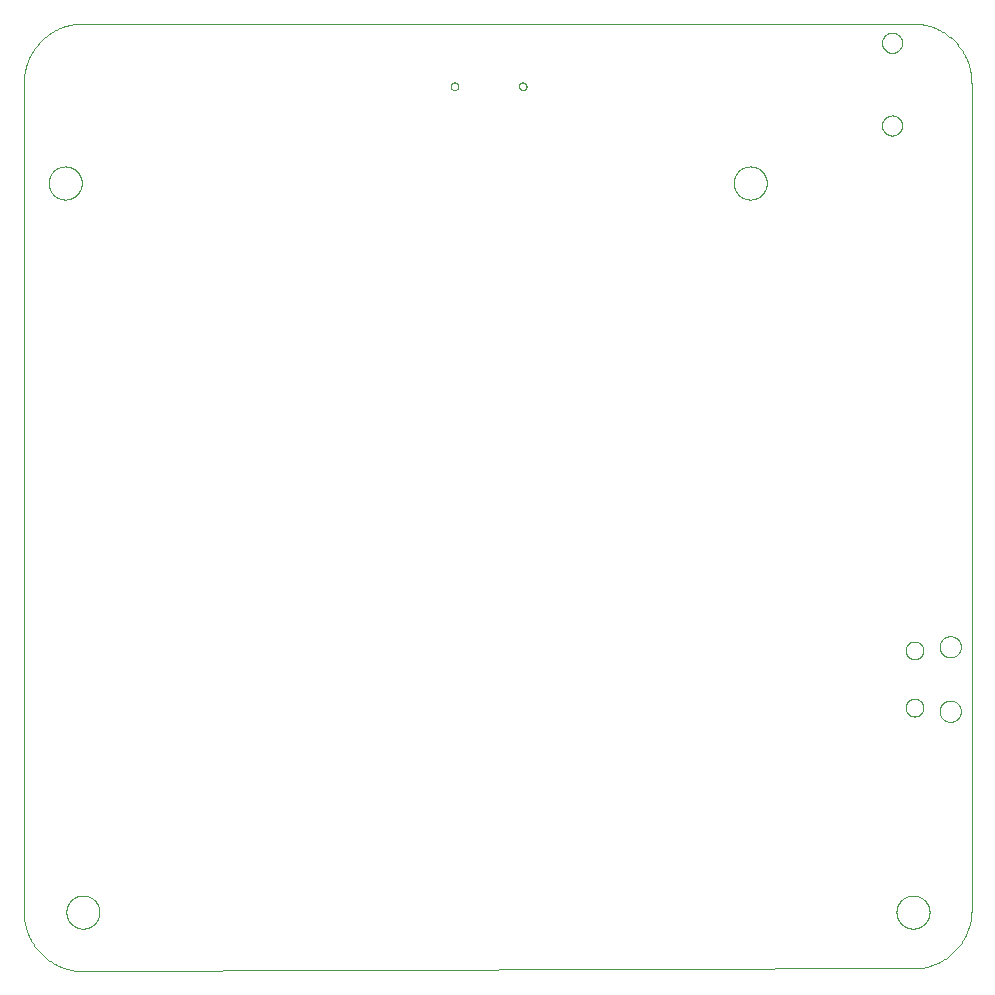
<source format=gko>
G75*
%MOIN*%
%OFA0B0*%
%FSLAX25Y25*%
%IPPOS*%
%LPD*%
%AMOC8*
5,1,8,0,0,1.08239X$1,22.5*
%
%ADD10C,0.00000*%
%ADD11C,0.00100*%
D10*
X0056708Y0049040D02*
X0056710Y0049188D01*
X0056716Y0049336D01*
X0056726Y0049484D01*
X0056740Y0049631D01*
X0056758Y0049778D01*
X0056779Y0049924D01*
X0056805Y0050070D01*
X0056835Y0050215D01*
X0056868Y0050359D01*
X0056906Y0050502D01*
X0056947Y0050644D01*
X0056992Y0050785D01*
X0057040Y0050925D01*
X0057093Y0051064D01*
X0057149Y0051201D01*
X0057209Y0051336D01*
X0057272Y0051470D01*
X0057339Y0051602D01*
X0057410Y0051732D01*
X0057484Y0051860D01*
X0057561Y0051986D01*
X0057642Y0052110D01*
X0057726Y0052232D01*
X0057813Y0052351D01*
X0057904Y0052468D01*
X0057998Y0052583D01*
X0058094Y0052695D01*
X0058194Y0052805D01*
X0058296Y0052911D01*
X0058402Y0053015D01*
X0058510Y0053116D01*
X0058621Y0053214D01*
X0058734Y0053310D01*
X0058850Y0053402D01*
X0058968Y0053491D01*
X0059089Y0053576D01*
X0059212Y0053659D01*
X0059337Y0053738D01*
X0059464Y0053814D01*
X0059593Y0053886D01*
X0059724Y0053955D01*
X0059857Y0054020D01*
X0059992Y0054081D01*
X0060128Y0054139D01*
X0060265Y0054194D01*
X0060404Y0054244D01*
X0060545Y0054291D01*
X0060686Y0054334D01*
X0060829Y0054374D01*
X0060973Y0054409D01*
X0061117Y0054441D01*
X0061263Y0054468D01*
X0061409Y0054492D01*
X0061556Y0054512D01*
X0061703Y0054528D01*
X0061850Y0054540D01*
X0061998Y0054548D01*
X0062146Y0054552D01*
X0062294Y0054552D01*
X0062442Y0054548D01*
X0062590Y0054540D01*
X0062737Y0054528D01*
X0062884Y0054512D01*
X0063031Y0054492D01*
X0063177Y0054468D01*
X0063323Y0054441D01*
X0063467Y0054409D01*
X0063611Y0054374D01*
X0063754Y0054334D01*
X0063895Y0054291D01*
X0064036Y0054244D01*
X0064175Y0054194D01*
X0064312Y0054139D01*
X0064448Y0054081D01*
X0064583Y0054020D01*
X0064716Y0053955D01*
X0064847Y0053886D01*
X0064976Y0053814D01*
X0065103Y0053738D01*
X0065228Y0053659D01*
X0065351Y0053576D01*
X0065472Y0053491D01*
X0065590Y0053402D01*
X0065706Y0053310D01*
X0065819Y0053214D01*
X0065930Y0053116D01*
X0066038Y0053015D01*
X0066144Y0052911D01*
X0066246Y0052805D01*
X0066346Y0052695D01*
X0066442Y0052583D01*
X0066536Y0052468D01*
X0066627Y0052351D01*
X0066714Y0052232D01*
X0066798Y0052110D01*
X0066879Y0051986D01*
X0066956Y0051860D01*
X0067030Y0051732D01*
X0067101Y0051602D01*
X0067168Y0051470D01*
X0067231Y0051336D01*
X0067291Y0051201D01*
X0067347Y0051064D01*
X0067400Y0050925D01*
X0067448Y0050785D01*
X0067493Y0050644D01*
X0067534Y0050502D01*
X0067572Y0050359D01*
X0067605Y0050215D01*
X0067635Y0050070D01*
X0067661Y0049924D01*
X0067682Y0049778D01*
X0067700Y0049631D01*
X0067714Y0049484D01*
X0067724Y0049336D01*
X0067730Y0049188D01*
X0067732Y0049040D01*
X0067730Y0048892D01*
X0067724Y0048744D01*
X0067714Y0048596D01*
X0067700Y0048449D01*
X0067682Y0048302D01*
X0067661Y0048156D01*
X0067635Y0048010D01*
X0067605Y0047865D01*
X0067572Y0047721D01*
X0067534Y0047578D01*
X0067493Y0047436D01*
X0067448Y0047295D01*
X0067400Y0047155D01*
X0067347Y0047016D01*
X0067291Y0046879D01*
X0067231Y0046744D01*
X0067168Y0046610D01*
X0067101Y0046478D01*
X0067030Y0046348D01*
X0066956Y0046220D01*
X0066879Y0046094D01*
X0066798Y0045970D01*
X0066714Y0045848D01*
X0066627Y0045729D01*
X0066536Y0045612D01*
X0066442Y0045497D01*
X0066346Y0045385D01*
X0066246Y0045275D01*
X0066144Y0045169D01*
X0066038Y0045065D01*
X0065930Y0044964D01*
X0065819Y0044866D01*
X0065706Y0044770D01*
X0065590Y0044678D01*
X0065472Y0044589D01*
X0065351Y0044504D01*
X0065228Y0044421D01*
X0065103Y0044342D01*
X0064976Y0044266D01*
X0064847Y0044194D01*
X0064716Y0044125D01*
X0064583Y0044060D01*
X0064448Y0043999D01*
X0064312Y0043941D01*
X0064175Y0043886D01*
X0064036Y0043836D01*
X0063895Y0043789D01*
X0063754Y0043746D01*
X0063611Y0043706D01*
X0063467Y0043671D01*
X0063323Y0043639D01*
X0063177Y0043612D01*
X0063031Y0043588D01*
X0062884Y0043568D01*
X0062737Y0043552D01*
X0062590Y0043540D01*
X0062442Y0043532D01*
X0062294Y0043528D01*
X0062146Y0043528D01*
X0061998Y0043532D01*
X0061850Y0043540D01*
X0061703Y0043552D01*
X0061556Y0043568D01*
X0061409Y0043588D01*
X0061263Y0043612D01*
X0061117Y0043639D01*
X0060973Y0043671D01*
X0060829Y0043706D01*
X0060686Y0043746D01*
X0060545Y0043789D01*
X0060404Y0043836D01*
X0060265Y0043886D01*
X0060128Y0043941D01*
X0059992Y0043999D01*
X0059857Y0044060D01*
X0059724Y0044125D01*
X0059593Y0044194D01*
X0059464Y0044266D01*
X0059337Y0044342D01*
X0059212Y0044421D01*
X0059089Y0044504D01*
X0058968Y0044589D01*
X0058850Y0044678D01*
X0058734Y0044770D01*
X0058621Y0044866D01*
X0058510Y0044964D01*
X0058402Y0045065D01*
X0058296Y0045169D01*
X0058194Y0045275D01*
X0058094Y0045385D01*
X0057998Y0045497D01*
X0057904Y0045612D01*
X0057813Y0045729D01*
X0057726Y0045848D01*
X0057642Y0045970D01*
X0057561Y0046094D01*
X0057484Y0046220D01*
X0057410Y0046348D01*
X0057339Y0046478D01*
X0057272Y0046610D01*
X0057209Y0046744D01*
X0057149Y0046879D01*
X0057093Y0047016D01*
X0057040Y0047155D01*
X0056992Y0047295D01*
X0056947Y0047436D01*
X0056906Y0047578D01*
X0056868Y0047721D01*
X0056835Y0047865D01*
X0056805Y0048010D01*
X0056779Y0048156D01*
X0056758Y0048302D01*
X0056740Y0048449D01*
X0056726Y0048596D01*
X0056716Y0048744D01*
X0056710Y0048892D01*
X0056708Y0049040D01*
X0050802Y0292064D02*
X0050804Y0292212D01*
X0050810Y0292360D01*
X0050820Y0292508D01*
X0050834Y0292655D01*
X0050852Y0292802D01*
X0050873Y0292948D01*
X0050899Y0293094D01*
X0050929Y0293239D01*
X0050962Y0293383D01*
X0051000Y0293526D01*
X0051041Y0293668D01*
X0051086Y0293809D01*
X0051134Y0293949D01*
X0051187Y0294088D01*
X0051243Y0294225D01*
X0051303Y0294360D01*
X0051366Y0294494D01*
X0051433Y0294626D01*
X0051504Y0294756D01*
X0051578Y0294884D01*
X0051655Y0295010D01*
X0051736Y0295134D01*
X0051820Y0295256D01*
X0051907Y0295375D01*
X0051998Y0295492D01*
X0052092Y0295607D01*
X0052188Y0295719D01*
X0052288Y0295829D01*
X0052390Y0295935D01*
X0052496Y0296039D01*
X0052604Y0296140D01*
X0052715Y0296238D01*
X0052828Y0296334D01*
X0052944Y0296426D01*
X0053062Y0296515D01*
X0053183Y0296600D01*
X0053306Y0296683D01*
X0053431Y0296762D01*
X0053558Y0296838D01*
X0053687Y0296910D01*
X0053818Y0296979D01*
X0053951Y0297044D01*
X0054086Y0297105D01*
X0054222Y0297163D01*
X0054359Y0297218D01*
X0054498Y0297268D01*
X0054639Y0297315D01*
X0054780Y0297358D01*
X0054923Y0297398D01*
X0055067Y0297433D01*
X0055211Y0297465D01*
X0055357Y0297492D01*
X0055503Y0297516D01*
X0055650Y0297536D01*
X0055797Y0297552D01*
X0055944Y0297564D01*
X0056092Y0297572D01*
X0056240Y0297576D01*
X0056388Y0297576D01*
X0056536Y0297572D01*
X0056684Y0297564D01*
X0056831Y0297552D01*
X0056978Y0297536D01*
X0057125Y0297516D01*
X0057271Y0297492D01*
X0057417Y0297465D01*
X0057561Y0297433D01*
X0057705Y0297398D01*
X0057848Y0297358D01*
X0057989Y0297315D01*
X0058130Y0297268D01*
X0058269Y0297218D01*
X0058406Y0297163D01*
X0058542Y0297105D01*
X0058677Y0297044D01*
X0058810Y0296979D01*
X0058941Y0296910D01*
X0059070Y0296838D01*
X0059197Y0296762D01*
X0059322Y0296683D01*
X0059445Y0296600D01*
X0059566Y0296515D01*
X0059684Y0296426D01*
X0059800Y0296334D01*
X0059913Y0296238D01*
X0060024Y0296140D01*
X0060132Y0296039D01*
X0060238Y0295935D01*
X0060340Y0295829D01*
X0060440Y0295719D01*
X0060536Y0295607D01*
X0060630Y0295492D01*
X0060721Y0295375D01*
X0060808Y0295256D01*
X0060892Y0295134D01*
X0060973Y0295010D01*
X0061050Y0294884D01*
X0061124Y0294756D01*
X0061195Y0294626D01*
X0061262Y0294494D01*
X0061325Y0294360D01*
X0061385Y0294225D01*
X0061441Y0294088D01*
X0061494Y0293949D01*
X0061542Y0293809D01*
X0061587Y0293668D01*
X0061628Y0293526D01*
X0061666Y0293383D01*
X0061699Y0293239D01*
X0061729Y0293094D01*
X0061755Y0292948D01*
X0061776Y0292802D01*
X0061794Y0292655D01*
X0061808Y0292508D01*
X0061818Y0292360D01*
X0061824Y0292212D01*
X0061826Y0292064D01*
X0061824Y0291916D01*
X0061818Y0291768D01*
X0061808Y0291620D01*
X0061794Y0291473D01*
X0061776Y0291326D01*
X0061755Y0291180D01*
X0061729Y0291034D01*
X0061699Y0290889D01*
X0061666Y0290745D01*
X0061628Y0290602D01*
X0061587Y0290460D01*
X0061542Y0290319D01*
X0061494Y0290179D01*
X0061441Y0290040D01*
X0061385Y0289903D01*
X0061325Y0289768D01*
X0061262Y0289634D01*
X0061195Y0289502D01*
X0061124Y0289372D01*
X0061050Y0289244D01*
X0060973Y0289118D01*
X0060892Y0288994D01*
X0060808Y0288872D01*
X0060721Y0288753D01*
X0060630Y0288636D01*
X0060536Y0288521D01*
X0060440Y0288409D01*
X0060340Y0288299D01*
X0060238Y0288193D01*
X0060132Y0288089D01*
X0060024Y0287988D01*
X0059913Y0287890D01*
X0059800Y0287794D01*
X0059684Y0287702D01*
X0059566Y0287613D01*
X0059445Y0287528D01*
X0059322Y0287445D01*
X0059197Y0287366D01*
X0059070Y0287290D01*
X0058941Y0287218D01*
X0058810Y0287149D01*
X0058677Y0287084D01*
X0058542Y0287023D01*
X0058406Y0286965D01*
X0058269Y0286910D01*
X0058130Y0286860D01*
X0057989Y0286813D01*
X0057848Y0286770D01*
X0057705Y0286730D01*
X0057561Y0286695D01*
X0057417Y0286663D01*
X0057271Y0286636D01*
X0057125Y0286612D01*
X0056978Y0286592D01*
X0056831Y0286576D01*
X0056684Y0286564D01*
X0056536Y0286556D01*
X0056388Y0286552D01*
X0056240Y0286552D01*
X0056092Y0286556D01*
X0055944Y0286564D01*
X0055797Y0286576D01*
X0055650Y0286592D01*
X0055503Y0286612D01*
X0055357Y0286636D01*
X0055211Y0286663D01*
X0055067Y0286695D01*
X0054923Y0286730D01*
X0054780Y0286770D01*
X0054639Y0286813D01*
X0054498Y0286860D01*
X0054359Y0286910D01*
X0054222Y0286965D01*
X0054086Y0287023D01*
X0053951Y0287084D01*
X0053818Y0287149D01*
X0053687Y0287218D01*
X0053558Y0287290D01*
X0053431Y0287366D01*
X0053306Y0287445D01*
X0053183Y0287528D01*
X0053062Y0287613D01*
X0052944Y0287702D01*
X0052828Y0287794D01*
X0052715Y0287890D01*
X0052604Y0287988D01*
X0052496Y0288089D01*
X0052390Y0288193D01*
X0052288Y0288299D01*
X0052188Y0288409D01*
X0052092Y0288521D01*
X0051998Y0288636D01*
X0051907Y0288753D01*
X0051820Y0288872D01*
X0051736Y0288994D01*
X0051655Y0289118D01*
X0051578Y0289244D01*
X0051504Y0289372D01*
X0051433Y0289502D01*
X0051366Y0289634D01*
X0051303Y0289768D01*
X0051243Y0289903D01*
X0051187Y0290040D01*
X0051134Y0290179D01*
X0051086Y0290319D01*
X0051041Y0290460D01*
X0051000Y0290602D01*
X0050962Y0290745D01*
X0050929Y0290889D01*
X0050899Y0291034D01*
X0050873Y0291180D01*
X0050852Y0291326D01*
X0050834Y0291473D01*
X0050820Y0291620D01*
X0050810Y0291768D01*
X0050804Y0291916D01*
X0050802Y0292064D01*
X0184777Y0324317D02*
X0184779Y0324388D01*
X0184785Y0324459D01*
X0184795Y0324530D01*
X0184809Y0324599D01*
X0184826Y0324668D01*
X0184848Y0324736D01*
X0184873Y0324803D01*
X0184902Y0324868D01*
X0184934Y0324931D01*
X0184970Y0324993D01*
X0185009Y0325052D01*
X0185052Y0325109D01*
X0185097Y0325164D01*
X0185146Y0325216D01*
X0185197Y0325265D01*
X0185251Y0325311D01*
X0185308Y0325355D01*
X0185366Y0325395D01*
X0185427Y0325431D01*
X0185490Y0325465D01*
X0185555Y0325494D01*
X0185621Y0325520D01*
X0185689Y0325543D01*
X0185757Y0325561D01*
X0185827Y0325576D01*
X0185897Y0325587D01*
X0185968Y0325594D01*
X0186039Y0325597D01*
X0186110Y0325596D01*
X0186181Y0325591D01*
X0186252Y0325582D01*
X0186322Y0325569D01*
X0186391Y0325553D01*
X0186459Y0325532D01*
X0186526Y0325508D01*
X0186592Y0325480D01*
X0186655Y0325448D01*
X0186717Y0325413D01*
X0186777Y0325375D01*
X0186835Y0325333D01*
X0186890Y0325289D01*
X0186943Y0325241D01*
X0186993Y0325190D01*
X0187040Y0325137D01*
X0187084Y0325081D01*
X0187125Y0325023D01*
X0187163Y0324962D01*
X0187197Y0324900D01*
X0187227Y0324835D01*
X0187254Y0324770D01*
X0187278Y0324702D01*
X0187297Y0324634D01*
X0187313Y0324565D01*
X0187325Y0324494D01*
X0187333Y0324424D01*
X0187337Y0324353D01*
X0187337Y0324281D01*
X0187333Y0324210D01*
X0187325Y0324140D01*
X0187313Y0324069D01*
X0187297Y0324000D01*
X0187278Y0323932D01*
X0187254Y0323864D01*
X0187227Y0323799D01*
X0187197Y0323734D01*
X0187163Y0323672D01*
X0187125Y0323611D01*
X0187084Y0323553D01*
X0187040Y0323497D01*
X0186993Y0323444D01*
X0186943Y0323393D01*
X0186890Y0323345D01*
X0186835Y0323301D01*
X0186777Y0323259D01*
X0186717Y0323221D01*
X0186655Y0323186D01*
X0186592Y0323154D01*
X0186526Y0323126D01*
X0186459Y0323102D01*
X0186391Y0323081D01*
X0186322Y0323065D01*
X0186252Y0323052D01*
X0186181Y0323043D01*
X0186110Y0323038D01*
X0186039Y0323037D01*
X0185968Y0323040D01*
X0185897Y0323047D01*
X0185827Y0323058D01*
X0185757Y0323073D01*
X0185689Y0323091D01*
X0185621Y0323114D01*
X0185555Y0323140D01*
X0185490Y0323169D01*
X0185427Y0323203D01*
X0185366Y0323239D01*
X0185308Y0323279D01*
X0185251Y0323323D01*
X0185197Y0323369D01*
X0185146Y0323418D01*
X0185097Y0323470D01*
X0185052Y0323525D01*
X0185009Y0323582D01*
X0184970Y0323641D01*
X0184934Y0323703D01*
X0184902Y0323766D01*
X0184873Y0323831D01*
X0184848Y0323898D01*
X0184826Y0323966D01*
X0184809Y0324035D01*
X0184795Y0324104D01*
X0184785Y0324175D01*
X0184779Y0324246D01*
X0184777Y0324317D01*
X0207533Y0324317D02*
X0207535Y0324388D01*
X0207541Y0324459D01*
X0207551Y0324530D01*
X0207565Y0324599D01*
X0207582Y0324668D01*
X0207604Y0324736D01*
X0207629Y0324803D01*
X0207658Y0324868D01*
X0207690Y0324931D01*
X0207726Y0324993D01*
X0207765Y0325052D01*
X0207808Y0325109D01*
X0207853Y0325164D01*
X0207902Y0325216D01*
X0207953Y0325265D01*
X0208007Y0325311D01*
X0208064Y0325355D01*
X0208122Y0325395D01*
X0208183Y0325431D01*
X0208246Y0325465D01*
X0208311Y0325494D01*
X0208377Y0325520D01*
X0208445Y0325543D01*
X0208513Y0325561D01*
X0208583Y0325576D01*
X0208653Y0325587D01*
X0208724Y0325594D01*
X0208795Y0325597D01*
X0208866Y0325596D01*
X0208937Y0325591D01*
X0209008Y0325582D01*
X0209078Y0325569D01*
X0209147Y0325553D01*
X0209215Y0325532D01*
X0209282Y0325508D01*
X0209348Y0325480D01*
X0209411Y0325448D01*
X0209473Y0325413D01*
X0209533Y0325375D01*
X0209591Y0325333D01*
X0209646Y0325289D01*
X0209699Y0325241D01*
X0209749Y0325190D01*
X0209796Y0325137D01*
X0209840Y0325081D01*
X0209881Y0325023D01*
X0209919Y0324962D01*
X0209953Y0324900D01*
X0209983Y0324835D01*
X0210010Y0324770D01*
X0210034Y0324702D01*
X0210053Y0324634D01*
X0210069Y0324565D01*
X0210081Y0324494D01*
X0210089Y0324424D01*
X0210093Y0324353D01*
X0210093Y0324281D01*
X0210089Y0324210D01*
X0210081Y0324140D01*
X0210069Y0324069D01*
X0210053Y0324000D01*
X0210034Y0323932D01*
X0210010Y0323864D01*
X0209983Y0323799D01*
X0209953Y0323734D01*
X0209919Y0323672D01*
X0209881Y0323611D01*
X0209840Y0323553D01*
X0209796Y0323497D01*
X0209749Y0323444D01*
X0209699Y0323393D01*
X0209646Y0323345D01*
X0209591Y0323301D01*
X0209533Y0323259D01*
X0209473Y0323221D01*
X0209411Y0323186D01*
X0209348Y0323154D01*
X0209282Y0323126D01*
X0209215Y0323102D01*
X0209147Y0323081D01*
X0209078Y0323065D01*
X0209008Y0323052D01*
X0208937Y0323043D01*
X0208866Y0323038D01*
X0208795Y0323037D01*
X0208724Y0323040D01*
X0208653Y0323047D01*
X0208583Y0323058D01*
X0208513Y0323073D01*
X0208445Y0323091D01*
X0208377Y0323114D01*
X0208311Y0323140D01*
X0208246Y0323169D01*
X0208183Y0323203D01*
X0208122Y0323239D01*
X0208064Y0323279D01*
X0208007Y0323323D01*
X0207953Y0323369D01*
X0207902Y0323418D01*
X0207853Y0323470D01*
X0207808Y0323525D01*
X0207765Y0323582D01*
X0207726Y0323641D01*
X0207690Y0323703D01*
X0207658Y0323766D01*
X0207629Y0323831D01*
X0207604Y0323898D01*
X0207582Y0323966D01*
X0207565Y0324035D01*
X0207551Y0324104D01*
X0207541Y0324175D01*
X0207535Y0324246D01*
X0207533Y0324317D01*
X0279149Y0292064D02*
X0279151Y0292212D01*
X0279157Y0292360D01*
X0279167Y0292508D01*
X0279181Y0292655D01*
X0279199Y0292802D01*
X0279220Y0292948D01*
X0279246Y0293094D01*
X0279276Y0293239D01*
X0279309Y0293383D01*
X0279347Y0293526D01*
X0279388Y0293668D01*
X0279433Y0293809D01*
X0279481Y0293949D01*
X0279534Y0294088D01*
X0279590Y0294225D01*
X0279650Y0294360D01*
X0279713Y0294494D01*
X0279780Y0294626D01*
X0279851Y0294756D01*
X0279925Y0294884D01*
X0280002Y0295010D01*
X0280083Y0295134D01*
X0280167Y0295256D01*
X0280254Y0295375D01*
X0280345Y0295492D01*
X0280439Y0295607D01*
X0280535Y0295719D01*
X0280635Y0295829D01*
X0280737Y0295935D01*
X0280843Y0296039D01*
X0280951Y0296140D01*
X0281062Y0296238D01*
X0281175Y0296334D01*
X0281291Y0296426D01*
X0281409Y0296515D01*
X0281530Y0296600D01*
X0281653Y0296683D01*
X0281778Y0296762D01*
X0281905Y0296838D01*
X0282034Y0296910D01*
X0282165Y0296979D01*
X0282298Y0297044D01*
X0282433Y0297105D01*
X0282569Y0297163D01*
X0282706Y0297218D01*
X0282845Y0297268D01*
X0282986Y0297315D01*
X0283127Y0297358D01*
X0283270Y0297398D01*
X0283414Y0297433D01*
X0283558Y0297465D01*
X0283704Y0297492D01*
X0283850Y0297516D01*
X0283997Y0297536D01*
X0284144Y0297552D01*
X0284291Y0297564D01*
X0284439Y0297572D01*
X0284587Y0297576D01*
X0284735Y0297576D01*
X0284883Y0297572D01*
X0285031Y0297564D01*
X0285178Y0297552D01*
X0285325Y0297536D01*
X0285472Y0297516D01*
X0285618Y0297492D01*
X0285764Y0297465D01*
X0285908Y0297433D01*
X0286052Y0297398D01*
X0286195Y0297358D01*
X0286336Y0297315D01*
X0286477Y0297268D01*
X0286616Y0297218D01*
X0286753Y0297163D01*
X0286889Y0297105D01*
X0287024Y0297044D01*
X0287157Y0296979D01*
X0287288Y0296910D01*
X0287417Y0296838D01*
X0287544Y0296762D01*
X0287669Y0296683D01*
X0287792Y0296600D01*
X0287913Y0296515D01*
X0288031Y0296426D01*
X0288147Y0296334D01*
X0288260Y0296238D01*
X0288371Y0296140D01*
X0288479Y0296039D01*
X0288585Y0295935D01*
X0288687Y0295829D01*
X0288787Y0295719D01*
X0288883Y0295607D01*
X0288977Y0295492D01*
X0289068Y0295375D01*
X0289155Y0295256D01*
X0289239Y0295134D01*
X0289320Y0295010D01*
X0289397Y0294884D01*
X0289471Y0294756D01*
X0289542Y0294626D01*
X0289609Y0294494D01*
X0289672Y0294360D01*
X0289732Y0294225D01*
X0289788Y0294088D01*
X0289841Y0293949D01*
X0289889Y0293809D01*
X0289934Y0293668D01*
X0289975Y0293526D01*
X0290013Y0293383D01*
X0290046Y0293239D01*
X0290076Y0293094D01*
X0290102Y0292948D01*
X0290123Y0292802D01*
X0290141Y0292655D01*
X0290155Y0292508D01*
X0290165Y0292360D01*
X0290171Y0292212D01*
X0290173Y0292064D01*
X0290171Y0291916D01*
X0290165Y0291768D01*
X0290155Y0291620D01*
X0290141Y0291473D01*
X0290123Y0291326D01*
X0290102Y0291180D01*
X0290076Y0291034D01*
X0290046Y0290889D01*
X0290013Y0290745D01*
X0289975Y0290602D01*
X0289934Y0290460D01*
X0289889Y0290319D01*
X0289841Y0290179D01*
X0289788Y0290040D01*
X0289732Y0289903D01*
X0289672Y0289768D01*
X0289609Y0289634D01*
X0289542Y0289502D01*
X0289471Y0289372D01*
X0289397Y0289244D01*
X0289320Y0289118D01*
X0289239Y0288994D01*
X0289155Y0288872D01*
X0289068Y0288753D01*
X0288977Y0288636D01*
X0288883Y0288521D01*
X0288787Y0288409D01*
X0288687Y0288299D01*
X0288585Y0288193D01*
X0288479Y0288089D01*
X0288371Y0287988D01*
X0288260Y0287890D01*
X0288147Y0287794D01*
X0288031Y0287702D01*
X0287913Y0287613D01*
X0287792Y0287528D01*
X0287669Y0287445D01*
X0287544Y0287366D01*
X0287417Y0287290D01*
X0287288Y0287218D01*
X0287157Y0287149D01*
X0287024Y0287084D01*
X0286889Y0287023D01*
X0286753Y0286965D01*
X0286616Y0286910D01*
X0286477Y0286860D01*
X0286336Y0286813D01*
X0286195Y0286770D01*
X0286052Y0286730D01*
X0285908Y0286695D01*
X0285764Y0286663D01*
X0285618Y0286636D01*
X0285472Y0286612D01*
X0285325Y0286592D01*
X0285178Y0286576D01*
X0285031Y0286564D01*
X0284883Y0286556D01*
X0284735Y0286552D01*
X0284587Y0286552D01*
X0284439Y0286556D01*
X0284291Y0286564D01*
X0284144Y0286576D01*
X0283997Y0286592D01*
X0283850Y0286612D01*
X0283704Y0286636D01*
X0283558Y0286663D01*
X0283414Y0286695D01*
X0283270Y0286730D01*
X0283127Y0286770D01*
X0282986Y0286813D01*
X0282845Y0286860D01*
X0282706Y0286910D01*
X0282569Y0286965D01*
X0282433Y0287023D01*
X0282298Y0287084D01*
X0282165Y0287149D01*
X0282034Y0287218D01*
X0281905Y0287290D01*
X0281778Y0287366D01*
X0281653Y0287445D01*
X0281530Y0287528D01*
X0281409Y0287613D01*
X0281291Y0287702D01*
X0281175Y0287794D01*
X0281062Y0287890D01*
X0280951Y0287988D01*
X0280843Y0288089D01*
X0280737Y0288193D01*
X0280635Y0288299D01*
X0280535Y0288409D01*
X0280439Y0288521D01*
X0280345Y0288636D01*
X0280254Y0288753D01*
X0280167Y0288872D01*
X0280083Y0288994D01*
X0280002Y0289118D01*
X0279925Y0289244D01*
X0279851Y0289372D01*
X0279780Y0289502D01*
X0279713Y0289634D01*
X0279650Y0289768D01*
X0279590Y0289903D01*
X0279534Y0290040D01*
X0279481Y0290179D01*
X0279433Y0290319D01*
X0279388Y0290460D01*
X0279347Y0290602D01*
X0279309Y0290745D01*
X0279276Y0290889D01*
X0279246Y0291034D01*
X0279220Y0291180D01*
X0279199Y0291326D01*
X0279181Y0291473D01*
X0279167Y0291620D01*
X0279157Y0291768D01*
X0279151Y0291916D01*
X0279149Y0292064D01*
X0328589Y0311232D02*
X0328591Y0311347D01*
X0328597Y0311463D01*
X0328607Y0311578D01*
X0328621Y0311693D01*
X0328639Y0311807D01*
X0328661Y0311920D01*
X0328686Y0312033D01*
X0328716Y0312144D01*
X0328749Y0312255D01*
X0328786Y0312364D01*
X0328827Y0312472D01*
X0328872Y0312579D01*
X0328920Y0312684D01*
X0328972Y0312787D01*
X0329028Y0312888D01*
X0329087Y0312988D01*
X0329149Y0313085D01*
X0329215Y0313180D01*
X0329283Y0313273D01*
X0329355Y0313363D01*
X0329430Y0313451D01*
X0329509Y0313536D01*
X0329590Y0313618D01*
X0329673Y0313698D01*
X0329760Y0313774D01*
X0329849Y0313848D01*
X0329940Y0313918D01*
X0330034Y0313986D01*
X0330130Y0314050D01*
X0330229Y0314110D01*
X0330329Y0314167D01*
X0330431Y0314221D01*
X0330535Y0314271D01*
X0330641Y0314318D01*
X0330748Y0314361D01*
X0330857Y0314400D01*
X0330967Y0314435D01*
X0331078Y0314466D01*
X0331190Y0314494D01*
X0331303Y0314518D01*
X0331417Y0314538D01*
X0331532Y0314554D01*
X0331647Y0314566D01*
X0331762Y0314574D01*
X0331877Y0314578D01*
X0331993Y0314578D01*
X0332108Y0314574D01*
X0332223Y0314566D01*
X0332338Y0314554D01*
X0332453Y0314538D01*
X0332567Y0314518D01*
X0332680Y0314494D01*
X0332792Y0314466D01*
X0332903Y0314435D01*
X0333013Y0314400D01*
X0333122Y0314361D01*
X0333229Y0314318D01*
X0333335Y0314271D01*
X0333439Y0314221D01*
X0333541Y0314167D01*
X0333641Y0314110D01*
X0333740Y0314050D01*
X0333836Y0313986D01*
X0333930Y0313918D01*
X0334021Y0313848D01*
X0334110Y0313774D01*
X0334197Y0313698D01*
X0334280Y0313618D01*
X0334361Y0313536D01*
X0334440Y0313451D01*
X0334515Y0313363D01*
X0334587Y0313273D01*
X0334655Y0313180D01*
X0334721Y0313085D01*
X0334783Y0312988D01*
X0334842Y0312888D01*
X0334898Y0312787D01*
X0334950Y0312684D01*
X0334998Y0312579D01*
X0335043Y0312472D01*
X0335084Y0312364D01*
X0335121Y0312255D01*
X0335154Y0312144D01*
X0335184Y0312033D01*
X0335209Y0311920D01*
X0335231Y0311807D01*
X0335249Y0311693D01*
X0335263Y0311578D01*
X0335273Y0311463D01*
X0335279Y0311347D01*
X0335281Y0311232D01*
X0335279Y0311117D01*
X0335273Y0311001D01*
X0335263Y0310886D01*
X0335249Y0310771D01*
X0335231Y0310657D01*
X0335209Y0310544D01*
X0335184Y0310431D01*
X0335154Y0310320D01*
X0335121Y0310209D01*
X0335084Y0310100D01*
X0335043Y0309992D01*
X0334998Y0309885D01*
X0334950Y0309780D01*
X0334898Y0309677D01*
X0334842Y0309576D01*
X0334783Y0309476D01*
X0334721Y0309379D01*
X0334655Y0309284D01*
X0334587Y0309191D01*
X0334515Y0309101D01*
X0334440Y0309013D01*
X0334361Y0308928D01*
X0334280Y0308846D01*
X0334197Y0308766D01*
X0334110Y0308690D01*
X0334021Y0308616D01*
X0333930Y0308546D01*
X0333836Y0308478D01*
X0333740Y0308414D01*
X0333641Y0308354D01*
X0333541Y0308297D01*
X0333439Y0308243D01*
X0333335Y0308193D01*
X0333229Y0308146D01*
X0333122Y0308103D01*
X0333013Y0308064D01*
X0332903Y0308029D01*
X0332792Y0307998D01*
X0332680Y0307970D01*
X0332567Y0307946D01*
X0332453Y0307926D01*
X0332338Y0307910D01*
X0332223Y0307898D01*
X0332108Y0307890D01*
X0331993Y0307886D01*
X0331877Y0307886D01*
X0331762Y0307890D01*
X0331647Y0307898D01*
X0331532Y0307910D01*
X0331417Y0307926D01*
X0331303Y0307946D01*
X0331190Y0307970D01*
X0331078Y0307998D01*
X0330967Y0308029D01*
X0330857Y0308064D01*
X0330748Y0308103D01*
X0330641Y0308146D01*
X0330535Y0308193D01*
X0330431Y0308243D01*
X0330329Y0308297D01*
X0330229Y0308354D01*
X0330130Y0308414D01*
X0330034Y0308478D01*
X0329940Y0308546D01*
X0329849Y0308616D01*
X0329760Y0308690D01*
X0329673Y0308766D01*
X0329590Y0308846D01*
X0329509Y0308928D01*
X0329430Y0309013D01*
X0329355Y0309101D01*
X0329283Y0309191D01*
X0329215Y0309284D01*
X0329149Y0309379D01*
X0329087Y0309476D01*
X0329028Y0309576D01*
X0328972Y0309677D01*
X0328920Y0309780D01*
X0328872Y0309885D01*
X0328827Y0309992D01*
X0328786Y0310100D01*
X0328749Y0310209D01*
X0328716Y0310320D01*
X0328686Y0310431D01*
X0328661Y0310544D01*
X0328639Y0310657D01*
X0328621Y0310771D01*
X0328607Y0310886D01*
X0328597Y0311001D01*
X0328591Y0311117D01*
X0328589Y0311232D01*
X0328589Y0338791D02*
X0328591Y0338906D01*
X0328597Y0339022D01*
X0328607Y0339137D01*
X0328621Y0339252D01*
X0328639Y0339366D01*
X0328661Y0339479D01*
X0328686Y0339592D01*
X0328716Y0339703D01*
X0328749Y0339814D01*
X0328786Y0339923D01*
X0328827Y0340031D01*
X0328872Y0340138D01*
X0328920Y0340243D01*
X0328972Y0340346D01*
X0329028Y0340447D01*
X0329087Y0340547D01*
X0329149Y0340644D01*
X0329215Y0340739D01*
X0329283Y0340832D01*
X0329355Y0340922D01*
X0329430Y0341010D01*
X0329509Y0341095D01*
X0329590Y0341177D01*
X0329673Y0341257D01*
X0329760Y0341333D01*
X0329849Y0341407D01*
X0329940Y0341477D01*
X0330034Y0341545D01*
X0330130Y0341609D01*
X0330229Y0341669D01*
X0330329Y0341726D01*
X0330431Y0341780D01*
X0330535Y0341830D01*
X0330641Y0341877D01*
X0330748Y0341920D01*
X0330857Y0341959D01*
X0330967Y0341994D01*
X0331078Y0342025D01*
X0331190Y0342053D01*
X0331303Y0342077D01*
X0331417Y0342097D01*
X0331532Y0342113D01*
X0331647Y0342125D01*
X0331762Y0342133D01*
X0331877Y0342137D01*
X0331993Y0342137D01*
X0332108Y0342133D01*
X0332223Y0342125D01*
X0332338Y0342113D01*
X0332453Y0342097D01*
X0332567Y0342077D01*
X0332680Y0342053D01*
X0332792Y0342025D01*
X0332903Y0341994D01*
X0333013Y0341959D01*
X0333122Y0341920D01*
X0333229Y0341877D01*
X0333335Y0341830D01*
X0333439Y0341780D01*
X0333541Y0341726D01*
X0333641Y0341669D01*
X0333740Y0341609D01*
X0333836Y0341545D01*
X0333930Y0341477D01*
X0334021Y0341407D01*
X0334110Y0341333D01*
X0334197Y0341257D01*
X0334280Y0341177D01*
X0334361Y0341095D01*
X0334440Y0341010D01*
X0334515Y0340922D01*
X0334587Y0340832D01*
X0334655Y0340739D01*
X0334721Y0340644D01*
X0334783Y0340547D01*
X0334842Y0340447D01*
X0334898Y0340346D01*
X0334950Y0340243D01*
X0334998Y0340138D01*
X0335043Y0340031D01*
X0335084Y0339923D01*
X0335121Y0339814D01*
X0335154Y0339703D01*
X0335184Y0339592D01*
X0335209Y0339479D01*
X0335231Y0339366D01*
X0335249Y0339252D01*
X0335263Y0339137D01*
X0335273Y0339022D01*
X0335279Y0338906D01*
X0335281Y0338791D01*
X0335279Y0338676D01*
X0335273Y0338560D01*
X0335263Y0338445D01*
X0335249Y0338330D01*
X0335231Y0338216D01*
X0335209Y0338103D01*
X0335184Y0337990D01*
X0335154Y0337879D01*
X0335121Y0337768D01*
X0335084Y0337659D01*
X0335043Y0337551D01*
X0334998Y0337444D01*
X0334950Y0337339D01*
X0334898Y0337236D01*
X0334842Y0337135D01*
X0334783Y0337035D01*
X0334721Y0336938D01*
X0334655Y0336843D01*
X0334587Y0336750D01*
X0334515Y0336660D01*
X0334440Y0336572D01*
X0334361Y0336487D01*
X0334280Y0336405D01*
X0334197Y0336325D01*
X0334110Y0336249D01*
X0334021Y0336175D01*
X0333930Y0336105D01*
X0333836Y0336037D01*
X0333740Y0335973D01*
X0333641Y0335913D01*
X0333541Y0335856D01*
X0333439Y0335802D01*
X0333335Y0335752D01*
X0333229Y0335705D01*
X0333122Y0335662D01*
X0333013Y0335623D01*
X0332903Y0335588D01*
X0332792Y0335557D01*
X0332680Y0335529D01*
X0332567Y0335505D01*
X0332453Y0335485D01*
X0332338Y0335469D01*
X0332223Y0335457D01*
X0332108Y0335449D01*
X0331993Y0335445D01*
X0331877Y0335445D01*
X0331762Y0335449D01*
X0331647Y0335457D01*
X0331532Y0335469D01*
X0331417Y0335485D01*
X0331303Y0335505D01*
X0331190Y0335529D01*
X0331078Y0335557D01*
X0330967Y0335588D01*
X0330857Y0335623D01*
X0330748Y0335662D01*
X0330641Y0335705D01*
X0330535Y0335752D01*
X0330431Y0335802D01*
X0330329Y0335856D01*
X0330229Y0335913D01*
X0330130Y0335973D01*
X0330034Y0336037D01*
X0329940Y0336105D01*
X0329849Y0336175D01*
X0329760Y0336249D01*
X0329673Y0336325D01*
X0329590Y0336405D01*
X0329509Y0336487D01*
X0329430Y0336572D01*
X0329355Y0336660D01*
X0329283Y0336750D01*
X0329215Y0336843D01*
X0329149Y0336938D01*
X0329087Y0337035D01*
X0329028Y0337135D01*
X0328972Y0337236D01*
X0328920Y0337339D01*
X0328872Y0337444D01*
X0328827Y0337551D01*
X0328786Y0337659D01*
X0328749Y0337768D01*
X0328716Y0337879D01*
X0328686Y0337990D01*
X0328661Y0338103D01*
X0328639Y0338216D01*
X0328621Y0338330D01*
X0328607Y0338445D01*
X0328597Y0338560D01*
X0328591Y0338676D01*
X0328589Y0338791D01*
X0347780Y0137456D02*
X0347782Y0137574D01*
X0347788Y0137693D01*
X0347798Y0137811D01*
X0347812Y0137928D01*
X0347829Y0138045D01*
X0347851Y0138162D01*
X0347877Y0138277D01*
X0347906Y0138392D01*
X0347939Y0138506D01*
X0347976Y0138618D01*
X0348017Y0138729D01*
X0348061Y0138839D01*
X0348109Y0138947D01*
X0348161Y0139054D01*
X0348216Y0139159D01*
X0348275Y0139262D01*
X0348337Y0139362D01*
X0348402Y0139461D01*
X0348471Y0139558D01*
X0348542Y0139652D01*
X0348617Y0139743D01*
X0348695Y0139833D01*
X0348776Y0139919D01*
X0348860Y0140003D01*
X0348946Y0140084D01*
X0349036Y0140162D01*
X0349127Y0140237D01*
X0349221Y0140308D01*
X0349318Y0140377D01*
X0349417Y0140442D01*
X0349517Y0140504D01*
X0349620Y0140563D01*
X0349725Y0140618D01*
X0349832Y0140670D01*
X0349940Y0140718D01*
X0350050Y0140762D01*
X0350161Y0140803D01*
X0350273Y0140840D01*
X0350387Y0140873D01*
X0350502Y0140902D01*
X0350617Y0140928D01*
X0350734Y0140950D01*
X0350851Y0140967D01*
X0350968Y0140981D01*
X0351086Y0140991D01*
X0351205Y0140997D01*
X0351323Y0140999D01*
X0351441Y0140997D01*
X0351560Y0140991D01*
X0351678Y0140981D01*
X0351795Y0140967D01*
X0351912Y0140950D01*
X0352029Y0140928D01*
X0352144Y0140902D01*
X0352259Y0140873D01*
X0352373Y0140840D01*
X0352485Y0140803D01*
X0352596Y0140762D01*
X0352706Y0140718D01*
X0352814Y0140670D01*
X0352921Y0140618D01*
X0353026Y0140563D01*
X0353129Y0140504D01*
X0353229Y0140442D01*
X0353328Y0140377D01*
X0353425Y0140308D01*
X0353519Y0140237D01*
X0353610Y0140162D01*
X0353700Y0140084D01*
X0353786Y0140003D01*
X0353870Y0139919D01*
X0353951Y0139833D01*
X0354029Y0139743D01*
X0354104Y0139652D01*
X0354175Y0139558D01*
X0354244Y0139461D01*
X0354309Y0139362D01*
X0354371Y0139262D01*
X0354430Y0139159D01*
X0354485Y0139054D01*
X0354537Y0138947D01*
X0354585Y0138839D01*
X0354629Y0138729D01*
X0354670Y0138618D01*
X0354707Y0138506D01*
X0354740Y0138392D01*
X0354769Y0138277D01*
X0354795Y0138162D01*
X0354817Y0138045D01*
X0354834Y0137928D01*
X0354848Y0137811D01*
X0354858Y0137693D01*
X0354864Y0137574D01*
X0354866Y0137456D01*
X0354864Y0137338D01*
X0354858Y0137219D01*
X0354848Y0137101D01*
X0354834Y0136984D01*
X0354817Y0136867D01*
X0354795Y0136750D01*
X0354769Y0136635D01*
X0354740Y0136520D01*
X0354707Y0136406D01*
X0354670Y0136294D01*
X0354629Y0136183D01*
X0354585Y0136073D01*
X0354537Y0135965D01*
X0354485Y0135858D01*
X0354430Y0135753D01*
X0354371Y0135650D01*
X0354309Y0135550D01*
X0354244Y0135451D01*
X0354175Y0135354D01*
X0354104Y0135260D01*
X0354029Y0135169D01*
X0353951Y0135079D01*
X0353870Y0134993D01*
X0353786Y0134909D01*
X0353700Y0134828D01*
X0353610Y0134750D01*
X0353519Y0134675D01*
X0353425Y0134604D01*
X0353328Y0134535D01*
X0353229Y0134470D01*
X0353129Y0134408D01*
X0353026Y0134349D01*
X0352921Y0134294D01*
X0352814Y0134242D01*
X0352706Y0134194D01*
X0352596Y0134150D01*
X0352485Y0134109D01*
X0352373Y0134072D01*
X0352259Y0134039D01*
X0352144Y0134010D01*
X0352029Y0133984D01*
X0351912Y0133962D01*
X0351795Y0133945D01*
X0351678Y0133931D01*
X0351560Y0133921D01*
X0351441Y0133915D01*
X0351323Y0133913D01*
X0351205Y0133915D01*
X0351086Y0133921D01*
X0350968Y0133931D01*
X0350851Y0133945D01*
X0350734Y0133962D01*
X0350617Y0133984D01*
X0350502Y0134010D01*
X0350387Y0134039D01*
X0350273Y0134072D01*
X0350161Y0134109D01*
X0350050Y0134150D01*
X0349940Y0134194D01*
X0349832Y0134242D01*
X0349725Y0134294D01*
X0349620Y0134349D01*
X0349517Y0134408D01*
X0349417Y0134470D01*
X0349318Y0134535D01*
X0349221Y0134604D01*
X0349127Y0134675D01*
X0349036Y0134750D01*
X0348946Y0134828D01*
X0348860Y0134909D01*
X0348776Y0134993D01*
X0348695Y0135079D01*
X0348617Y0135169D01*
X0348542Y0135260D01*
X0348471Y0135354D01*
X0348402Y0135451D01*
X0348337Y0135550D01*
X0348275Y0135650D01*
X0348216Y0135753D01*
X0348161Y0135858D01*
X0348109Y0135965D01*
X0348061Y0136073D01*
X0348017Y0136183D01*
X0347976Y0136294D01*
X0347939Y0136406D01*
X0347906Y0136520D01*
X0347877Y0136635D01*
X0347851Y0136750D01*
X0347829Y0136867D01*
X0347812Y0136984D01*
X0347798Y0137101D01*
X0347788Y0137219D01*
X0347782Y0137338D01*
X0347780Y0137456D01*
X0336441Y0136275D02*
X0336443Y0136383D01*
X0336449Y0136492D01*
X0336459Y0136600D01*
X0336473Y0136707D01*
X0336491Y0136814D01*
X0336512Y0136921D01*
X0336538Y0137026D01*
X0336568Y0137131D01*
X0336601Y0137234D01*
X0336638Y0137336D01*
X0336679Y0137436D01*
X0336723Y0137535D01*
X0336772Y0137633D01*
X0336823Y0137728D01*
X0336878Y0137821D01*
X0336937Y0137913D01*
X0336999Y0138002D01*
X0337064Y0138089D01*
X0337132Y0138173D01*
X0337203Y0138255D01*
X0337277Y0138334D01*
X0337354Y0138410D01*
X0337434Y0138484D01*
X0337517Y0138554D01*
X0337602Y0138622D01*
X0337689Y0138686D01*
X0337779Y0138747D01*
X0337871Y0138805D01*
X0337965Y0138859D01*
X0338061Y0138910D01*
X0338158Y0138957D01*
X0338258Y0139001D01*
X0338359Y0139041D01*
X0338461Y0139077D01*
X0338564Y0139109D01*
X0338669Y0139138D01*
X0338775Y0139162D01*
X0338881Y0139183D01*
X0338988Y0139200D01*
X0339096Y0139213D01*
X0339204Y0139222D01*
X0339313Y0139227D01*
X0339421Y0139228D01*
X0339530Y0139225D01*
X0339638Y0139218D01*
X0339746Y0139207D01*
X0339853Y0139192D01*
X0339960Y0139173D01*
X0340066Y0139150D01*
X0340171Y0139124D01*
X0340276Y0139093D01*
X0340378Y0139059D01*
X0340480Y0139021D01*
X0340580Y0138979D01*
X0340679Y0138934D01*
X0340776Y0138885D01*
X0340870Y0138832D01*
X0340963Y0138776D01*
X0341054Y0138717D01*
X0341143Y0138654D01*
X0341229Y0138589D01*
X0341313Y0138520D01*
X0341394Y0138448D01*
X0341472Y0138373D01*
X0341548Y0138295D01*
X0341621Y0138214D01*
X0341691Y0138131D01*
X0341757Y0138046D01*
X0341821Y0137958D01*
X0341881Y0137867D01*
X0341938Y0137775D01*
X0341991Y0137680D01*
X0342041Y0137584D01*
X0342087Y0137486D01*
X0342130Y0137386D01*
X0342169Y0137285D01*
X0342204Y0137182D01*
X0342236Y0137079D01*
X0342263Y0136974D01*
X0342287Y0136868D01*
X0342307Y0136761D01*
X0342323Y0136654D01*
X0342335Y0136546D01*
X0342343Y0136438D01*
X0342347Y0136329D01*
X0342347Y0136221D01*
X0342343Y0136112D01*
X0342335Y0136004D01*
X0342323Y0135896D01*
X0342307Y0135789D01*
X0342287Y0135682D01*
X0342263Y0135576D01*
X0342236Y0135471D01*
X0342204Y0135368D01*
X0342169Y0135265D01*
X0342130Y0135164D01*
X0342087Y0135064D01*
X0342041Y0134966D01*
X0341991Y0134870D01*
X0341938Y0134775D01*
X0341881Y0134683D01*
X0341821Y0134592D01*
X0341757Y0134504D01*
X0341691Y0134419D01*
X0341621Y0134336D01*
X0341548Y0134255D01*
X0341472Y0134177D01*
X0341394Y0134102D01*
X0341313Y0134030D01*
X0341229Y0133961D01*
X0341143Y0133896D01*
X0341054Y0133833D01*
X0340963Y0133774D01*
X0340871Y0133718D01*
X0340776Y0133665D01*
X0340679Y0133616D01*
X0340580Y0133571D01*
X0340480Y0133529D01*
X0340378Y0133491D01*
X0340276Y0133457D01*
X0340171Y0133426D01*
X0340066Y0133400D01*
X0339960Y0133377D01*
X0339853Y0133358D01*
X0339746Y0133343D01*
X0339638Y0133332D01*
X0339530Y0133325D01*
X0339421Y0133322D01*
X0339313Y0133323D01*
X0339204Y0133328D01*
X0339096Y0133337D01*
X0338988Y0133350D01*
X0338881Y0133367D01*
X0338775Y0133388D01*
X0338669Y0133412D01*
X0338564Y0133441D01*
X0338461Y0133473D01*
X0338359Y0133509D01*
X0338258Y0133549D01*
X0338158Y0133593D01*
X0338061Y0133640D01*
X0337965Y0133691D01*
X0337871Y0133745D01*
X0337779Y0133803D01*
X0337689Y0133864D01*
X0337602Y0133928D01*
X0337517Y0133996D01*
X0337434Y0134066D01*
X0337354Y0134140D01*
X0337277Y0134216D01*
X0337203Y0134295D01*
X0337132Y0134377D01*
X0337064Y0134461D01*
X0336999Y0134548D01*
X0336937Y0134637D01*
X0336878Y0134729D01*
X0336823Y0134822D01*
X0336772Y0134917D01*
X0336723Y0135015D01*
X0336679Y0135114D01*
X0336638Y0135214D01*
X0336601Y0135316D01*
X0336568Y0135419D01*
X0336538Y0135524D01*
X0336512Y0135629D01*
X0336491Y0135736D01*
X0336473Y0135843D01*
X0336459Y0135950D01*
X0336449Y0136058D01*
X0336443Y0136167D01*
X0336441Y0136275D01*
X0336441Y0117180D02*
X0336443Y0117288D01*
X0336449Y0117397D01*
X0336459Y0117505D01*
X0336473Y0117612D01*
X0336491Y0117719D01*
X0336512Y0117826D01*
X0336538Y0117931D01*
X0336568Y0118036D01*
X0336601Y0118139D01*
X0336638Y0118241D01*
X0336679Y0118341D01*
X0336723Y0118440D01*
X0336772Y0118538D01*
X0336823Y0118633D01*
X0336878Y0118726D01*
X0336937Y0118818D01*
X0336999Y0118907D01*
X0337064Y0118994D01*
X0337132Y0119078D01*
X0337203Y0119160D01*
X0337277Y0119239D01*
X0337354Y0119315D01*
X0337434Y0119389D01*
X0337517Y0119459D01*
X0337602Y0119527D01*
X0337689Y0119591D01*
X0337779Y0119652D01*
X0337871Y0119710D01*
X0337965Y0119764D01*
X0338061Y0119815D01*
X0338158Y0119862D01*
X0338258Y0119906D01*
X0338359Y0119946D01*
X0338461Y0119982D01*
X0338564Y0120014D01*
X0338669Y0120043D01*
X0338775Y0120067D01*
X0338881Y0120088D01*
X0338988Y0120105D01*
X0339096Y0120118D01*
X0339204Y0120127D01*
X0339313Y0120132D01*
X0339421Y0120133D01*
X0339530Y0120130D01*
X0339638Y0120123D01*
X0339746Y0120112D01*
X0339853Y0120097D01*
X0339960Y0120078D01*
X0340066Y0120055D01*
X0340171Y0120029D01*
X0340276Y0119998D01*
X0340378Y0119964D01*
X0340480Y0119926D01*
X0340580Y0119884D01*
X0340679Y0119839D01*
X0340776Y0119790D01*
X0340870Y0119737D01*
X0340963Y0119681D01*
X0341054Y0119622D01*
X0341143Y0119559D01*
X0341229Y0119494D01*
X0341313Y0119425D01*
X0341394Y0119353D01*
X0341472Y0119278D01*
X0341548Y0119200D01*
X0341621Y0119119D01*
X0341691Y0119036D01*
X0341757Y0118951D01*
X0341821Y0118863D01*
X0341881Y0118772D01*
X0341938Y0118680D01*
X0341991Y0118585D01*
X0342041Y0118489D01*
X0342087Y0118391D01*
X0342130Y0118291D01*
X0342169Y0118190D01*
X0342204Y0118087D01*
X0342236Y0117984D01*
X0342263Y0117879D01*
X0342287Y0117773D01*
X0342307Y0117666D01*
X0342323Y0117559D01*
X0342335Y0117451D01*
X0342343Y0117343D01*
X0342347Y0117234D01*
X0342347Y0117126D01*
X0342343Y0117017D01*
X0342335Y0116909D01*
X0342323Y0116801D01*
X0342307Y0116694D01*
X0342287Y0116587D01*
X0342263Y0116481D01*
X0342236Y0116376D01*
X0342204Y0116273D01*
X0342169Y0116170D01*
X0342130Y0116069D01*
X0342087Y0115969D01*
X0342041Y0115871D01*
X0341991Y0115775D01*
X0341938Y0115680D01*
X0341881Y0115588D01*
X0341821Y0115497D01*
X0341757Y0115409D01*
X0341691Y0115324D01*
X0341621Y0115241D01*
X0341548Y0115160D01*
X0341472Y0115082D01*
X0341394Y0115007D01*
X0341313Y0114935D01*
X0341229Y0114866D01*
X0341143Y0114801D01*
X0341054Y0114738D01*
X0340963Y0114679D01*
X0340871Y0114623D01*
X0340776Y0114570D01*
X0340679Y0114521D01*
X0340580Y0114476D01*
X0340480Y0114434D01*
X0340378Y0114396D01*
X0340276Y0114362D01*
X0340171Y0114331D01*
X0340066Y0114305D01*
X0339960Y0114282D01*
X0339853Y0114263D01*
X0339746Y0114248D01*
X0339638Y0114237D01*
X0339530Y0114230D01*
X0339421Y0114227D01*
X0339313Y0114228D01*
X0339204Y0114233D01*
X0339096Y0114242D01*
X0338988Y0114255D01*
X0338881Y0114272D01*
X0338775Y0114293D01*
X0338669Y0114317D01*
X0338564Y0114346D01*
X0338461Y0114378D01*
X0338359Y0114414D01*
X0338258Y0114454D01*
X0338158Y0114498D01*
X0338061Y0114545D01*
X0337965Y0114596D01*
X0337871Y0114650D01*
X0337779Y0114708D01*
X0337689Y0114769D01*
X0337602Y0114833D01*
X0337517Y0114901D01*
X0337434Y0114971D01*
X0337354Y0115045D01*
X0337277Y0115121D01*
X0337203Y0115200D01*
X0337132Y0115282D01*
X0337064Y0115366D01*
X0336999Y0115453D01*
X0336937Y0115542D01*
X0336878Y0115634D01*
X0336823Y0115727D01*
X0336772Y0115822D01*
X0336723Y0115920D01*
X0336679Y0116019D01*
X0336638Y0116119D01*
X0336601Y0116221D01*
X0336568Y0116324D01*
X0336538Y0116429D01*
X0336512Y0116534D01*
X0336491Y0116641D01*
X0336473Y0116748D01*
X0336459Y0116855D01*
X0336449Y0116963D01*
X0336443Y0117072D01*
X0336441Y0117180D01*
X0347780Y0115999D02*
X0347782Y0116117D01*
X0347788Y0116236D01*
X0347798Y0116354D01*
X0347812Y0116471D01*
X0347829Y0116588D01*
X0347851Y0116705D01*
X0347877Y0116820D01*
X0347906Y0116935D01*
X0347939Y0117049D01*
X0347976Y0117161D01*
X0348017Y0117272D01*
X0348061Y0117382D01*
X0348109Y0117490D01*
X0348161Y0117597D01*
X0348216Y0117702D01*
X0348275Y0117805D01*
X0348337Y0117905D01*
X0348402Y0118004D01*
X0348471Y0118101D01*
X0348542Y0118195D01*
X0348617Y0118286D01*
X0348695Y0118376D01*
X0348776Y0118462D01*
X0348860Y0118546D01*
X0348946Y0118627D01*
X0349036Y0118705D01*
X0349127Y0118780D01*
X0349221Y0118851D01*
X0349318Y0118920D01*
X0349417Y0118985D01*
X0349517Y0119047D01*
X0349620Y0119106D01*
X0349725Y0119161D01*
X0349832Y0119213D01*
X0349940Y0119261D01*
X0350050Y0119305D01*
X0350161Y0119346D01*
X0350273Y0119383D01*
X0350387Y0119416D01*
X0350502Y0119445D01*
X0350617Y0119471D01*
X0350734Y0119493D01*
X0350851Y0119510D01*
X0350968Y0119524D01*
X0351086Y0119534D01*
X0351205Y0119540D01*
X0351323Y0119542D01*
X0351441Y0119540D01*
X0351560Y0119534D01*
X0351678Y0119524D01*
X0351795Y0119510D01*
X0351912Y0119493D01*
X0352029Y0119471D01*
X0352144Y0119445D01*
X0352259Y0119416D01*
X0352373Y0119383D01*
X0352485Y0119346D01*
X0352596Y0119305D01*
X0352706Y0119261D01*
X0352814Y0119213D01*
X0352921Y0119161D01*
X0353026Y0119106D01*
X0353129Y0119047D01*
X0353229Y0118985D01*
X0353328Y0118920D01*
X0353425Y0118851D01*
X0353519Y0118780D01*
X0353610Y0118705D01*
X0353700Y0118627D01*
X0353786Y0118546D01*
X0353870Y0118462D01*
X0353951Y0118376D01*
X0354029Y0118286D01*
X0354104Y0118195D01*
X0354175Y0118101D01*
X0354244Y0118004D01*
X0354309Y0117905D01*
X0354371Y0117805D01*
X0354430Y0117702D01*
X0354485Y0117597D01*
X0354537Y0117490D01*
X0354585Y0117382D01*
X0354629Y0117272D01*
X0354670Y0117161D01*
X0354707Y0117049D01*
X0354740Y0116935D01*
X0354769Y0116820D01*
X0354795Y0116705D01*
X0354817Y0116588D01*
X0354834Y0116471D01*
X0354848Y0116354D01*
X0354858Y0116236D01*
X0354864Y0116117D01*
X0354866Y0115999D01*
X0354864Y0115881D01*
X0354858Y0115762D01*
X0354848Y0115644D01*
X0354834Y0115527D01*
X0354817Y0115410D01*
X0354795Y0115293D01*
X0354769Y0115178D01*
X0354740Y0115063D01*
X0354707Y0114949D01*
X0354670Y0114837D01*
X0354629Y0114726D01*
X0354585Y0114616D01*
X0354537Y0114508D01*
X0354485Y0114401D01*
X0354430Y0114296D01*
X0354371Y0114193D01*
X0354309Y0114093D01*
X0354244Y0113994D01*
X0354175Y0113897D01*
X0354104Y0113803D01*
X0354029Y0113712D01*
X0353951Y0113622D01*
X0353870Y0113536D01*
X0353786Y0113452D01*
X0353700Y0113371D01*
X0353610Y0113293D01*
X0353519Y0113218D01*
X0353425Y0113147D01*
X0353328Y0113078D01*
X0353229Y0113013D01*
X0353129Y0112951D01*
X0353026Y0112892D01*
X0352921Y0112837D01*
X0352814Y0112785D01*
X0352706Y0112737D01*
X0352596Y0112693D01*
X0352485Y0112652D01*
X0352373Y0112615D01*
X0352259Y0112582D01*
X0352144Y0112553D01*
X0352029Y0112527D01*
X0351912Y0112505D01*
X0351795Y0112488D01*
X0351678Y0112474D01*
X0351560Y0112464D01*
X0351441Y0112458D01*
X0351323Y0112456D01*
X0351205Y0112458D01*
X0351086Y0112464D01*
X0350968Y0112474D01*
X0350851Y0112488D01*
X0350734Y0112505D01*
X0350617Y0112527D01*
X0350502Y0112553D01*
X0350387Y0112582D01*
X0350273Y0112615D01*
X0350161Y0112652D01*
X0350050Y0112693D01*
X0349940Y0112737D01*
X0349832Y0112785D01*
X0349725Y0112837D01*
X0349620Y0112892D01*
X0349517Y0112951D01*
X0349417Y0113013D01*
X0349318Y0113078D01*
X0349221Y0113147D01*
X0349127Y0113218D01*
X0349036Y0113293D01*
X0348946Y0113371D01*
X0348860Y0113452D01*
X0348776Y0113536D01*
X0348695Y0113622D01*
X0348617Y0113712D01*
X0348542Y0113803D01*
X0348471Y0113897D01*
X0348402Y0113994D01*
X0348337Y0114093D01*
X0348275Y0114193D01*
X0348216Y0114296D01*
X0348161Y0114401D01*
X0348109Y0114508D01*
X0348061Y0114616D01*
X0348017Y0114726D01*
X0347976Y0114837D01*
X0347939Y0114949D01*
X0347906Y0115063D01*
X0347877Y0115178D01*
X0347851Y0115293D01*
X0347829Y0115410D01*
X0347812Y0115527D01*
X0347798Y0115644D01*
X0347788Y0115762D01*
X0347782Y0115881D01*
X0347780Y0115999D01*
X0333401Y0049040D02*
X0333403Y0049188D01*
X0333409Y0049336D01*
X0333419Y0049484D01*
X0333433Y0049631D01*
X0333451Y0049778D01*
X0333472Y0049924D01*
X0333498Y0050070D01*
X0333528Y0050215D01*
X0333561Y0050359D01*
X0333599Y0050502D01*
X0333640Y0050644D01*
X0333685Y0050785D01*
X0333733Y0050925D01*
X0333786Y0051064D01*
X0333842Y0051201D01*
X0333902Y0051336D01*
X0333965Y0051470D01*
X0334032Y0051602D01*
X0334103Y0051732D01*
X0334177Y0051860D01*
X0334254Y0051986D01*
X0334335Y0052110D01*
X0334419Y0052232D01*
X0334506Y0052351D01*
X0334597Y0052468D01*
X0334691Y0052583D01*
X0334787Y0052695D01*
X0334887Y0052805D01*
X0334989Y0052911D01*
X0335095Y0053015D01*
X0335203Y0053116D01*
X0335314Y0053214D01*
X0335427Y0053310D01*
X0335543Y0053402D01*
X0335661Y0053491D01*
X0335782Y0053576D01*
X0335905Y0053659D01*
X0336030Y0053738D01*
X0336157Y0053814D01*
X0336286Y0053886D01*
X0336417Y0053955D01*
X0336550Y0054020D01*
X0336685Y0054081D01*
X0336821Y0054139D01*
X0336958Y0054194D01*
X0337097Y0054244D01*
X0337238Y0054291D01*
X0337379Y0054334D01*
X0337522Y0054374D01*
X0337666Y0054409D01*
X0337810Y0054441D01*
X0337956Y0054468D01*
X0338102Y0054492D01*
X0338249Y0054512D01*
X0338396Y0054528D01*
X0338543Y0054540D01*
X0338691Y0054548D01*
X0338839Y0054552D01*
X0338987Y0054552D01*
X0339135Y0054548D01*
X0339283Y0054540D01*
X0339430Y0054528D01*
X0339577Y0054512D01*
X0339724Y0054492D01*
X0339870Y0054468D01*
X0340016Y0054441D01*
X0340160Y0054409D01*
X0340304Y0054374D01*
X0340447Y0054334D01*
X0340588Y0054291D01*
X0340729Y0054244D01*
X0340868Y0054194D01*
X0341005Y0054139D01*
X0341141Y0054081D01*
X0341276Y0054020D01*
X0341409Y0053955D01*
X0341540Y0053886D01*
X0341669Y0053814D01*
X0341796Y0053738D01*
X0341921Y0053659D01*
X0342044Y0053576D01*
X0342165Y0053491D01*
X0342283Y0053402D01*
X0342399Y0053310D01*
X0342512Y0053214D01*
X0342623Y0053116D01*
X0342731Y0053015D01*
X0342837Y0052911D01*
X0342939Y0052805D01*
X0343039Y0052695D01*
X0343135Y0052583D01*
X0343229Y0052468D01*
X0343320Y0052351D01*
X0343407Y0052232D01*
X0343491Y0052110D01*
X0343572Y0051986D01*
X0343649Y0051860D01*
X0343723Y0051732D01*
X0343794Y0051602D01*
X0343861Y0051470D01*
X0343924Y0051336D01*
X0343984Y0051201D01*
X0344040Y0051064D01*
X0344093Y0050925D01*
X0344141Y0050785D01*
X0344186Y0050644D01*
X0344227Y0050502D01*
X0344265Y0050359D01*
X0344298Y0050215D01*
X0344328Y0050070D01*
X0344354Y0049924D01*
X0344375Y0049778D01*
X0344393Y0049631D01*
X0344407Y0049484D01*
X0344417Y0049336D01*
X0344423Y0049188D01*
X0344425Y0049040D01*
X0344423Y0048892D01*
X0344417Y0048744D01*
X0344407Y0048596D01*
X0344393Y0048449D01*
X0344375Y0048302D01*
X0344354Y0048156D01*
X0344328Y0048010D01*
X0344298Y0047865D01*
X0344265Y0047721D01*
X0344227Y0047578D01*
X0344186Y0047436D01*
X0344141Y0047295D01*
X0344093Y0047155D01*
X0344040Y0047016D01*
X0343984Y0046879D01*
X0343924Y0046744D01*
X0343861Y0046610D01*
X0343794Y0046478D01*
X0343723Y0046348D01*
X0343649Y0046220D01*
X0343572Y0046094D01*
X0343491Y0045970D01*
X0343407Y0045848D01*
X0343320Y0045729D01*
X0343229Y0045612D01*
X0343135Y0045497D01*
X0343039Y0045385D01*
X0342939Y0045275D01*
X0342837Y0045169D01*
X0342731Y0045065D01*
X0342623Y0044964D01*
X0342512Y0044866D01*
X0342399Y0044770D01*
X0342283Y0044678D01*
X0342165Y0044589D01*
X0342044Y0044504D01*
X0341921Y0044421D01*
X0341796Y0044342D01*
X0341669Y0044266D01*
X0341540Y0044194D01*
X0341409Y0044125D01*
X0341276Y0044060D01*
X0341141Y0043999D01*
X0341005Y0043941D01*
X0340868Y0043886D01*
X0340729Y0043836D01*
X0340588Y0043789D01*
X0340447Y0043746D01*
X0340304Y0043706D01*
X0340160Y0043671D01*
X0340016Y0043639D01*
X0339870Y0043612D01*
X0339724Y0043588D01*
X0339577Y0043568D01*
X0339430Y0043552D01*
X0339283Y0043540D01*
X0339135Y0043532D01*
X0338987Y0043528D01*
X0338839Y0043528D01*
X0338691Y0043532D01*
X0338543Y0043540D01*
X0338396Y0043552D01*
X0338249Y0043568D01*
X0338102Y0043588D01*
X0337956Y0043612D01*
X0337810Y0043639D01*
X0337666Y0043671D01*
X0337522Y0043706D01*
X0337379Y0043746D01*
X0337238Y0043789D01*
X0337097Y0043836D01*
X0336958Y0043886D01*
X0336821Y0043941D01*
X0336685Y0043999D01*
X0336550Y0044060D01*
X0336417Y0044125D01*
X0336286Y0044194D01*
X0336157Y0044266D01*
X0336030Y0044342D01*
X0335905Y0044421D01*
X0335782Y0044504D01*
X0335661Y0044589D01*
X0335543Y0044678D01*
X0335427Y0044770D01*
X0335314Y0044866D01*
X0335203Y0044964D01*
X0335095Y0045065D01*
X0334989Y0045169D01*
X0334887Y0045275D01*
X0334787Y0045385D01*
X0334691Y0045497D01*
X0334597Y0045612D01*
X0334506Y0045729D01*
X0334419Y0045848D01*
X0334335Y0045970D01*
X0334254Y0046094D01*
X0334177Y0046220D01*
X0334103Y0046348D01*
X0334032Y0046478D01*
X0333965Y0046610D01*
X0333902Y0046744D01*
X0333842Y0046879D01*
X0333786Y0047016D01*
X0333733Y0047155D01*
X0333685Y0047295D01*
X0333640Y0047436D01*
X0333599Y0047578D01*
X0333561Y0047721D01*
X0333528Y0047865D01*
X0333498Y0048010D01*
X0333472Y0048156D01*
X0333451Y0048302D01*
X0333433Y0048449D01*
X0333419Y0048596D01*
X0333409Y0048744D01*
X0333403Y0048892D01*
X0333401Y0049040D01*
D11*
X0042535Y0049040D02*
X0042535Y0325528D01*
X0042541Y0326004D01*
X0042558Y0326479D01*
X0042587Y0326954D01*
X0042627Y0327428D01*
X0042679Y0327901D01*
X0042742Y0328372D01*
X0042816Y0328842D01*
X0042902Y0329310D01*
X0042999Y0329776D01*
X0043107Y0330239D01*
X0043226Y0330699D01*
X0043357Y0331157D01*
X0043498Y0331611D01*
X0043651Y0332062D01*
X0043814Y0332508D01*
X0043988Y0332951D01*
X0044173Y0333389D01*
X0044368Y0333823D01*
X0044574Y0334252D01*
X0044790Y0334676D01*
X0045016Y0335095D01*
X0045252Y0335508D01*
X0045498Y0335915D01*
X0045754Y0336316D01*
X0046020Y0336710D01*
X0046295Y0337099D01*
X0046579Y0337480D01*
X0046872Y0337854D01*
X0047174Y0338222D01*
X0047486Y0338582D01*
X0047805Y0338934D01*
X0048133Y0339278D01*
X0048470Y0339615D01*
X0048814Y0339943D01*
X0049166Y0340262D01*
X0049526Y0340574D01*
X0049894Y0340876D01*
X0050268Y0341169D01*
X0050649Y0341453D01*
X0051038Y0341728D01*
X0051432Y0341994D01*
X0051833Y0342250D01*
X0052240Y0342496D01*
X0052653Y0342732D01*
X0053072Y0342958D01*
X0053496Y0343174D01*
X0053925Y0343380D01*
X0054359Y0343575D01*
X0054797Y0343760D01*
X0055240Y0343934D01*
X0055686Y0344097D01*
X0056137Y0344250D01*
X0056591Y0344391D01*
X0057049Y0344522D01*
X0057509Y0344641D01*
X0057972Y0344749D01*
X0058438Y0344846D01*
X0058906Y0344932D01*
X0059376Y0345006D01*
X0059847Y0345069D01*
X0060320Y0345121D01*
X0060794Y0345161D01*
X0061269Y0345190D01*
X0061744Y0345207D01*
X0062220Y0345213D01*
X0338708Y0345213D01*
X0339184Y0345207D01*
X0339659Y0345190D01*
X0340134Y0345161D01*
X0340608Y0345121D01*
X0341081Y0345069D01*
X0341552Y0345006D01*
X0342022Y0344932D01*
X0342490Y0344846D01*
X0342956Y0344749D01*
X0343419Y0344641D01*
X0343879Y0344522D01*
X0344337Y0344391D01*
X0344791Y0344250D01*
X0345242Y0344097D01*
X0345688Y0343934D01*
X0346131Y0343760D01*
X0346569Y0343575D01*
X0347003Y0343380D01*
X0347432Y0343174D01*
X0347856Y0342958D01*
X0348275Y0342732D01*
X0348688Y0342496D01*
X0349095Y0342250D01*
X0349496Y0341994D01*
X0349890Y0341728D01*
X0350279Y0341453D01*
X0350660Y0341169D01*
X0351034Y0340876D01*
X0351402Y0340574D01*
X0351762Y0340262D01*
X0352114Y0339943D01*
X0352458Y0339615D01*
X0352795Y0339278D01*
X0353123Y0338934D01*
X0353442Y0338582D01*
X0353754Y0338222D01*
X0354056Y0337854D01*
X0354349Y0337480D01*
X0354633Y0337099D01*
X0354908Y0336710D01*
X0355174Y0336316D01*
X0355430Y0335915D01*
X0355676Y0335508D01*
X0355912Y0335095D01*
X0356138Y0334676D01*
X0356354Y0334252D01*
X0356560Y0333823D01*
X0356755Y0333389D01*
X0356940Y0332951D01*
X0357114Y0332508D01*
X0357277Y0332062D01*
X0357430Y0331611D01*
X0357571Y0331157D01*
X0357702Y0330699D01*
X0357821Y0330239D01*
X0357929Y0329776D01*
X0358026Y0329310D01*
X0358112Y0328842D01*
X0358186Y0328372D01*
X0358249Y0327901D01*
X0358301Y0327428D01*
X0358341Y0326954D01*
X0358370Y0326479D01*
X0358387Y0326004D01*
X0358393Y0325528D01*
X0358435Y0325428D02*
X0358435Y0048940D01*
X0358393Y0049040D02*
X0358371Y0048569D01*
X0358337Y0048099D01*
X0358292Y0047630D01*
X0358235Y0047163D01*
X0358167Y0046696D01*
X0358088Y0046232D01*
X0357997Y0045769D01*
X0357896Y0045309D01*
X0357783Y0044852D01*
X0357660Y0044397D01*
X0357525Y0043946D01*
X0357380Y0043497D01*
X0357223Y0043053D01*
X0357056Y0042612D01*
X0356879Y0042176D01*
X0356691Y0041744D01*
X0356493Y0041316D01*
X0356284Y0040894D01*
X0356065Y0040477D01*
X0355836Y0040065D01*
X0355597Y0039659D01*
X0355349Y0039258D01*
X0355091Y0038864D01*
X0354823Y0038476D01*
X0354547Y0038095D01*
X0354261Y0037720D01*
X0353966Y0037353D01*
X0353662Y0036993D01*
X0353350Y0036640D01*
X0353029Y0036295D01*
X0352700Y0035958D01*
X0352363Y0035628D01*
X0352018Y0035307D01*
X0351665Y0034995D01*
X0351305Y0034691D01*
X0350938Y0034396D01*
X0350564Y0034109D01*
X0350183Y0033832D01*
X0349795Y0033564D01*
X0349401Y0033306D01*
X0349001Y0033057D01*
X0348595Y0032818D01*
X0348183Y0032589D01*
X0347766Y0032370D01*
X0347343Y0032161D01*
X0346916Y0031962D01*
X0346484Y0031774D01*
X0346048Y0031596D01*
X0345608Y0031429D01*
X0345163Y0031273D01*
X0344715Y0031127D01*
X0344264Y0030992D01*
X0343809Y0030868D01*
X0343352Y0030755D01*
X0342891Y0030653D01*
X0342429Y0030563D01*
X0341965Y0030483D01*
X0341498Y0030415D01*
X0341031Y0030358D01*
X0340562Y0030312D01*
X0340092Y0030278D01*
X0339621Y0030255D01*
X0339150Y0030244D01*
X0338679Y0030243D01*
X0338208Y0030255D01*
X0062220Y0029355D01*
X0061744Y0029361D01*
X0061269Y0029378D01*
X0060794Y0029407D01*
X0060320Y0029447D01*
X0059847Y0029499D01*
X0059376Y0029562D01*
X0058906Y0029636D01*
X0058438Y0029722D01*
X0057972Y0029819D01*
X0057509Y0029927D01*
X0057049Y0030046D01*
X0056591Y0030177D01*
X0056137Y0030318D01*
X0055686Y0030471D01*
X0055240Y0030634D01*
X0054797Y0030808D01*
X0054359Y0030993D01*
X0053925Y0031188D01*
X0053496Y0031394D01*
X0053072Y0031610D01*
X0052653Y0031836D01*
X0052240Y0032072D01*
X0051833Y0032318D01*
X0051432Y0032574D01*
X0051038Y0032840D01*
X0050649Y0033115D01*
X0050268Y0033399D01*
X0049894Y0033692D01*
X0049526Y0033994D01*
X0049166Y0034306D01*
X0048814Y0034625D01*
X0048470Y0034953D01*
X0048133Y0035290D01*
X0047805Y0035634D01*
X0047486Y0035986D01*
X0047174Y0036346D01*
X0046872Y0036714D01*
X0046579Y0037088D01*
X0046295Y0037469D01*
X0046020Y0037858D01*
X0045754Y0038252D01*
X0045498Y0038653D01*
X0045252Y0039060D01*
X0045016Y0039473D01*
X0044790Y0039892D01*
X0044574Y0040316D01*
X0044368Y0040745D01*
X0044173Y0041179D01*
X0043988Y0041617D01*
X0043814Y0042060D01*
X0043651Y0042506D01*
X0043498Y0042957D01*
X0043357Y0043411D01*
X0043226Y0043869D01*
X0043107Y0044329D01*
X0042999Y0044792D01*
X0042902Y0045258D01*
X0042816Y0045726D01*
X0042742Y0046196D01*
X0042679Y0046667D01*
X0042627Y0047140D01*
X0042587Y0047614D01*
X0042558Y0048089D01*
X0042541Y0048564D01*
X0042535Y0049040D01*
M02*

</source>
